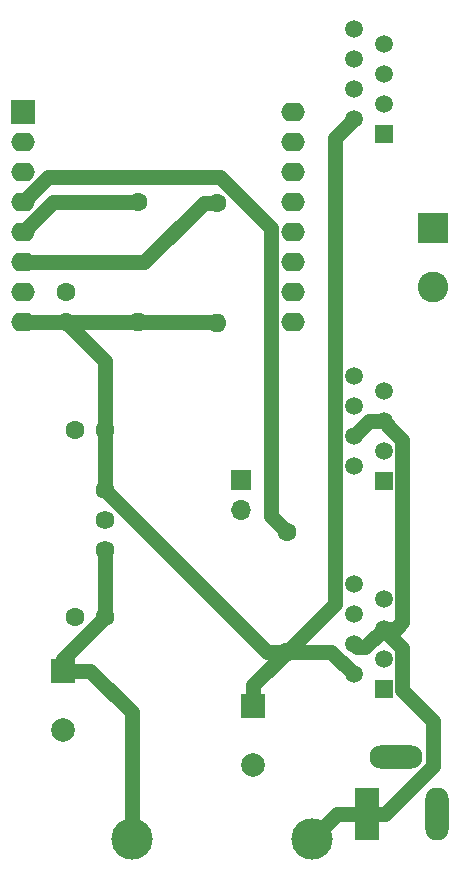
<source format=gbr>
G04 #@! TF.GenerationSoftware,KiCad,Pcbnew,(5.1.2)-2*
G04 #@! TF.CreationDate,2020-11-27T11:43:39-06:00*
G04 #@! TF.ProjectId,TempMonitor10PCB,54656d70-4d6f-46e6-9974-6f7231305043,rev?*
G04 #@! TF.SameCoordinates,Original*
G04 #@! TF.FileFunction,Copper,L1,Top*
G04 #@! TF.FilePolarity,Positive*
%FSLAX46Y46*%
G04 Gerber Fmt 4.6, Leading zero omitted, Abs format (unit mm)*
G04 Created by KiCad (PCBNEW (5.1.2)-2) date 2020-11-27 11:43:39*
%MOMM*%
%LPD*%
G04 APERTURE LIST*
%ADD10O,1.600000X1.600000*%
%ADD11C,1.600000*%
%ADD12O,2.000000X1.600000*%
%ADD13R,2.000000X2.000000*%
%ADD14C,1.590000*%
%ADD15O,1.700000X1.700000*%
%ADD16R,1.700000X1.700000*%
%ADD17C,3.500000*%
%ADD18O,4.500000X2.000000*%
%ADD19O,2.000000X4.500000*%
%ADD20R,2.000000X4.500000*%
%ADD21C,1.500000*%
%ADD22R,1.500000X1.500000*%
%ADD23C,2.600000*%
%ADD24R,2.600000X2.600000*%
%ADD25C,2.000000*%
%ADD26C,1.300000*%
G04 APERTURE END LIST*
D10*
X74472800Y-106781600D03*
D11*
X74472800Y-96621600D03*
D12*
X74980800Y-61112400D03*
X74980800Y-63652400D03*
X74980800Y-66192400D03*
X74980800Y-68732400D03*
X74980800Y-71272400D03*
X74980800Y-73812400D03*
X74980800Y-76352400D03*
X74980800Y-78892400D03*
X52120800Y-78892400D03*
X52120800Y-76352400D03*
X52120800Y-73812400D03*
X52120800Y-71272400D03*
X52120800Y-68732400D03*
X52120800Y-66192400D03*
D13*
X52120800Y-61112400D03*
D12*
X52120800Y-63652400D03*
D14*
X59046000Y-93065600D03*
X59046000Y-95605600D03*
X59046000Y-98145600D03*
D15*
X70612000Y-94767400D03*
D16*
X70612000Y-92227400D03*
D17*
X61341000Y-122682000D03*
X76581000Y-122682000D03*
D18*
X83729200Y-115748400D03*
D19*
X87229200Y-120548400D03*
D20*
X81229200Y-120548400D03*
D21*
X80126200Y-101034600D03*
X82666200Y-102304600D03*
X80126200Y-103574600D03*
X82666200Y-104844600D03*
X80126200Y-106114600D03*
X82666200Y-107384600D03*
X80126200Y-108654600D03*
D22*
X82666200Y-109924600D03*
D21*
X80126200Y-83477800D03*
X82666200Y-84747800D03*
X80126200Y-86017800D03*
X82666200Y-87287800D03*
X80126200Y-88557800D03*
X82666200Y-89827800D03*
X80126200Y-91097800D03*
D22*
X82666200Y-92367800D03*
D21*
X80126200Y-54102000D03*
X82666200Y-55372000D03*
X80126200Y-56642000D03*
X82666200Y-57912000D03*
X80126200Y-59182000D03*
X82666200Y-60452000D03*
X80126200Y-61722000D03*
D22*
X82666200Y-62992000D03*
D23*
X86817200Y-75897400D03*
D24*
X86817200Y-70897400D03*
D10*
X68554600Y-78968600D03*
D11*
X68554600Y-68808600D03*
D10*
X61849000Y-78867000D03*
D11*
X61849000Y-68707000D03*
D25*
X55524400Y-113407200D03*
D13*
X55524400Y-108407200D03*
D11*
X56580400Y-103835200D03*
X59080400Y-103835200D03*
X56580400Y-88061800D03*
X59080400Y-88061800D03*
X55778400Y-76367000D03*
X55778400Y-78867000D03*
D25*
X71602600Y-116353600D03*
D13*
X71602600Y-111353600D03*
D26*
X52146200Y-78867000D02*
X52120800Y-78892400D01*
X55778400Y-78867000D02*
X52146200Y-78867000D01*
X59080400Y-93031200D02*
X59046000Y-93065600D01*
X59080400Y-88061800D02*
X59080400Y-93031200D01*
X59080400Y-82169000D02*
X55778400Y-78867000D01*
X59080400Y-88061800D02*
X59080400Y-82169000D01*
X55778400Y-78867000D02*
X61849000Y-78867000D01*
X68453000Y-78867000D02*
X68554600Y-78968600D01*
X61849000Y-78867000D02*
X68453000Y-78867000D01*
X71602600Y-109651800D02*
X74472800Y-106781600D01*
X71602600Y-111353600D02*
X71602600Y-109651800D01*
X78253200Y-106781600D02*
X80126200Y-108654600D01*
X74472800Y-106781600D02*
X78253200Y-106781600D01*
X72762000Y-106781600D02*
X59046000Y-93065600D01*
X74472800Y-106781600D02*
X72762000Y-106781600D01*
X79376201Y-62471999D02*
X80126200Y-61722000D01*
X78526199Y-63322001D02*
X79376201Y-62471999D01*
X78526199Y-102728201D02*
X78526199Y-63322001D01*
X74472800Y-106781600D02*
X78526199Y-102728201D01*
X57824400Y-108407200D02*
X55524400Y-108407200D01*
X61341000Y-111923800D02*
X57824400Y-108407200D01*
X61341000Y-122682000D02*
X61341000Y-111923800D01*
X55524400Y-107391200D02*
X59080400Y-103835200D01*
X55524400Y-108407200D02*
X55524400Y-107391200D01*
X59080400Y-98180000D02*
X59046000Y-98145600D01*
X59080400Y-103835200D02*
X59080400Y-98180000D01*
X54420800Y-73812400D02*
X52120800Y-73812400D01*
X62419430Y-73812400D02*
X54420800Y-73812400D01*
X67423230Y-68808600D02*
X62419430Y-73812400D01*
X68554600Y-68808600D02*
X67423230Y-68808600D01*
X54686200Y-68707000D02*
X52120800Y-71272400D01*
X61849000Y-68707000D02*
X54686200Y-68707000D01*
X78714600Y-120548400D02*
X76581000Y-122682000D01*
X81229200Y-120548400D02*
X78714600Y-120548400D01*
X83416199Y-105594599D02*
X82666200Y-104844600D01*
X84266201Y-106444601D02*
X83416199Y-105594599D01*
X84266201Y-110070603D02*
X84266201Y-106444601D01*
X86829210Y-112633612D02*
X84266201Y-110070603D01*
X86829210Y-116514699D02*
X86829210Y-112633612D01*
X82795509Y-120548400D02*
X86829210Y-116514699D01*
X81229200Y-120548400D02*
X82795509Y-120548400D01*
X82666200Y-104844600D02*
X81110200Y-106400600D01*
X80412200Y-106400600D02*
X80126200Y-106114600D01*
X81110200Y-106400600D02*
X80412200Y-106400600D01*
X83416199Y-88037799D02*
X82666200Y-87287800D01*
X84266201Y-88887801D02*
X83416199Y-88037799D01*
X84266201Y-104305259D02*
X84266201Y-88887801D01*
X83726860Y-104844600D02*
X84266201Y-104305259D01*
X82666200Y-104844600D02*
X83726860Y-104844600D01*
X81396200Y-87287800D02*
X80126200Y-88557800D01*
X82666200Y-87287800D02*
X81396200Y-87287800D01*
X54220800Y-66632400D02*
X52120800Y-68732400D01*
X68820402Y-66632400D02*
X54220800Y-66632400D01*
X73130790Y-70942788D02*
X68820402Y-66632400D01*
X74472800Y-96621600D02*
X73130790Y-95279590D01*
X73130790Y-95279590D02*
X73130790Y-70942788D01*
M02*

</source>
